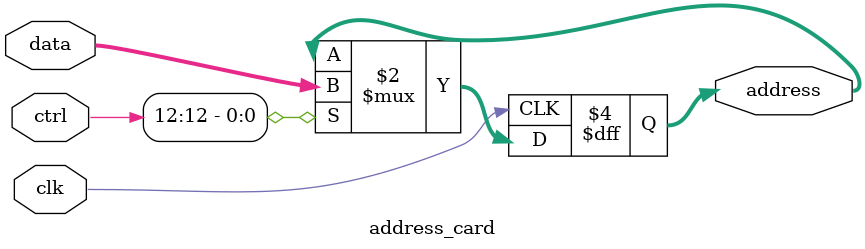
<source format=v>
`timescale 1ns/10ps

module address_card(
    input      [15:0] data,
    output reg [15:0] address,
    input      [13:0] ctrl,
    input             clk);

    always @(negedge clk)
        if(ctrl[12])
            address <= data;

endmodule

</source>
